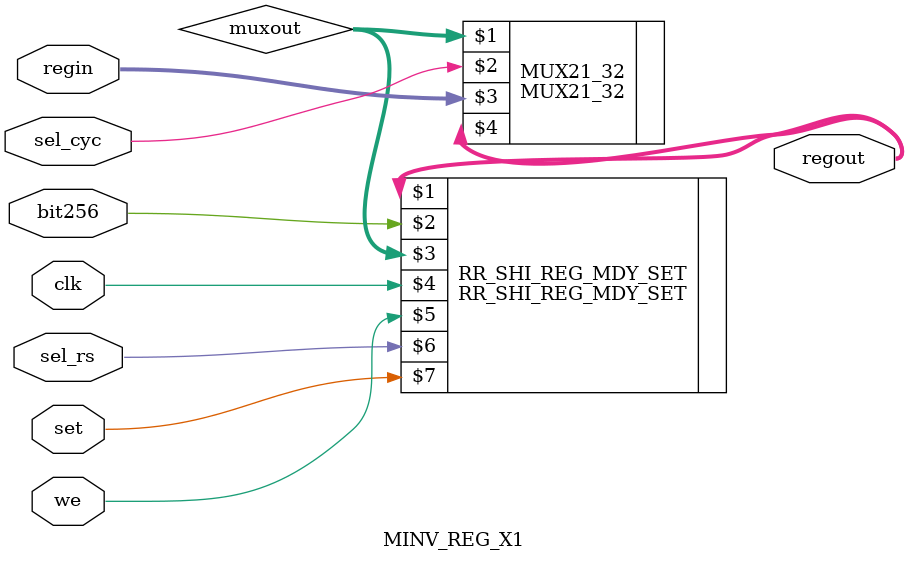
<source format=v>
module  MINV_REG_X1(regout,bit256,regin,clk,we,sel_cyc,sel_rs,set);
  output [31:0] regout;
  input [31:0] regin;
  input  clk,we,sel_cyc,sel_rs,bit256,set;
  wire [31:0] muxout;        

  //sel_cyc=0,select regin;sel_cyc=1,select regout.
  MUX21_32  MUX21_32(muxout,sel_cyc,regin,regout);
  
  //sel_rs=0,select muxout;sel_rs=1,select right shift 1bit.
  RR_SHI_REG_MDY_SET  RR_SHI_REG_MDY_SET(regout,bit256,muxout,clk,we,sel_rs,set);
endmodule
</source>
